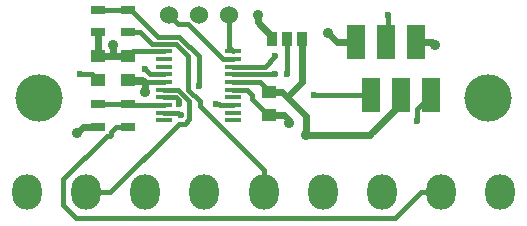
<source format=gbr>
G04 #@! TF.FileFunction,Copper,L1,Top,Signal*
%FSLAX46Y46*%
G04 Gerber Fmt 4.6, Leading zero omitted, Abs format (unit mm)*
G04 Created by KiCad (PCBNEW 4.0.7-e2-6376~58~ubuntu16.04.1) date Wed Aug 15 22:35:47 2018*
%MOMM*%
%LPD*%
G01*
G04 APERTURE LIST*
%ADD10C,0.100000*%
%ADD11R,1.250000X1.000000*%
%ADD12O,2.500000X3.000000*%
%ADD13R,1.300000X0.700000*%
%ADD14R,1.450000X0.450000*%
%ADD15R,1.500000X3.000000*%
%ADD16C,1.524000*%
%ADD17R,0.970000X1.270000*%
%ADD18C,4.000000*%
%ADD19C,0.600000*%
%ADD20C,0.900000*%
%ADD21C,0.400000*%
%ADD22C,0.600000*%
G04 APERTURE END LIST*
D10*
D11*
X140000000Y-94500000D03*
X140000000Y-92500000D03*
X142500000Y-94500000D03*
X142500000Y-92500000D03*
X154500000Y-95500000D03*
X154500000Y-97500000D03*
D12*
X134000000Y-104000000D03*
X139000000Y-104000000D03*
X144000000Y-104000000D03*
X149000000Y-104000000D03*
X154000000Y-104000000D03*
X159000000Y-104000000D03*
X164000000Y-104000000D03*
X169000000Y-104000000D03*
X174000000Y-104000000D03*
D13*
X142500000Y-90450000D03*
X142500000Y-88550000D03*
X140000000Y-90450000D03*
X140000000Y-88550000D03*
X142500000Y-98450000D03*
X142500000Y-96550000D03*
X140000000Y-98450000D03*
X140000000Y-96550000D03*
D14*
X145550000Y-92075000D03*
X145550000Y-92725000D03*
X145550000Y-93375000D03*
X145550000Y-94025000D03*
X145550000Y-94675000D03*
X145550000Y-95325000D03*
X145550000Y-95975000D03*
X145550000Y-96625000D03*
X145550000Y-97275000D03*
X145550000Y-97925000D03*
X151450000Y-97925000D03*
X151450000Y-97275000D03*
X151450000Y-96625000D03*
X151450000Y-95975000D03*
X151450000Y-95325000D03*
X151450000Y-94675000D03*
X151450000Y-94025000D03*
X151450000Y-93375000D03*
X151450000Y-92725000D03*
X151450000Y-92075000D03*
D15*
X161825000Y-91250000D03*
X163095000Y-95750000D03*
X164365000Y-91250000D03*
X165635000Y-95750000D03*
X166905000Y-91250000D03*
X168175000Y-95750000D03*
D16*
X145960000Y-89000000D03*
X148500000Y-89000000D03*
X151040000Y-89000000D03*
D17*
X154730000Y-91000000D03*
X156000000Y-91000000D03*
X157270000Y-91000000D03*
D18*
X173000000Y-96000000D03*
X135000000Y-96000000D03*
D19*
X138500000Y-94000000D03*
X144000000Y-93600000D03*
D20*
X159422475Y-90477412D03*
X138200000Y-99000000D03*
X156147011Y-98132662D03*
X153500000Y-89000000D03*
X141250000Y-91500000D03*
X143934399Y-95530333D03*
X157589162Y-99153715D03*
D19*
X156000000Y-94000000D03*
X147000000Y-97500000D03*
D20*
X168500000Y-91495000D03*
D19*
X167000000Y-98000000D03*
X150000000Y-96500000D03*
X155000000Y-94000000D03*
X158250000Y-95750000D03*
X164500000Y-89000000D03*
X155000000Y-92500000D03*
X146800677Y-96531022D03*
X148500000Y-95000000D03*
D21*
X138500000Y-94000000D02*
X139500000Y-94000000D01*
X139500000Y-94000000D02*
X140000000Y-94500000D01*
X145550000Y-94025000D02*
X144425000Y-94025000D01*
X144425000Y-94025000D02*
X144000000Y-93600000D01*
D22*
X159872474Y-90927411D02*
X159422475Y-90477412D01*
X160195063Y-91250000D02*
X159872474Y-90927411D01*
X161825000Y-91250000D02*
X160195063Y-91250000D01*
X140000000Y-98450000D02*
X138750000Y-98450000D01*
X138750000Y-98450000D02*
X138200000Y-99000000D01*
X156147011Y-97922011D02*
X156147011Y-98132662D01*
X155725000Y-97500000D02*
X156147011Y-97922011D01*
X154500000Y-97500000D02*
X155725000Y-97500000D01*
X153500000Y-89620000D02*
X153500000Y-89000000D01*
X154730000Y-91000000D02*
X154730000Y-90850000D01*
X154730000Y-90850000D02*
X153500000Y-89620000D01*
D21*
X153000000Y-95750000D02*
X153000000Y-96125000D01*
X152575000Y-95325000D02*
X153000000Y-95750000D01*
X151450000Y-95325000D02*
X152575000Y-95325000D01*
X153000000Y-96125000D02*
X154375000Y-97500000D01*
D22*
X154375000Y-97500000D02*
X154500000Y-97500000D01*
X141250000Y-92500000D02*
X140000000Y-92500000D01*
X142500000Y-92500000D02*
X141250000Y-92500000D01*
X141250000Y-92500000D02*
X141250000Y-91500000D01*
D21*
X145550000Y-92075000D02*
X142925000Y-92075000D01*
X142925000Y-92075000D02*
X142500000Y-92500000D01*
D22*
X140000000Y-90450000D02*
X140000000Y-92500000D01*
X165635000Y-96500000D02*
X163135000Y-99000000D01*
X157589162Y-99153715D02*
X162981285Y-99153715D01*
X162981285Y-99153715D02*
X163135000Y-99000000D01*
X165635000Y-95750000D02*
X165635000Y-96500000D01*
X143934399Y-94893937D02*
X143934399Y-95530333D01*
X143934399Y-94709399D02*
X143934399Y-94893937D01*
X143725000Y-94500000D02*
X143934399Y-94709399D01*
X142500000Y-94500000D02*
X143725000Y-94500000D01*
X157589162Y-98517319D02*
X157589162Y-99153715D01*
X157589162Y-97564162D02*
X157589162Y-98517319D01*
X156000000Y-95975000D02*
X157589162Y-97564162D01*
X155525000Y-95500000D02*
X156000000Y-95975000D01*
X157270000Y-91000000D02*
X157270000Y-94705000D01*
X157270000Y-94705000D02*
X156000000Y-95975000D01*
X154500000Y-95500000D02*
X155525000Y-95500000D01*
D21*
X145550000Y-94675000D02*
X144000000Y-94675000D01*
X144000000Y-94675000D02*
X142675000Y-94675000D01*
X151450000Y-94675000D02*
X153675000Y-94675000D01*
X153675000Y-94675000D02*
X154500000Y-95500000D01*
D22*
X142675000Y-94675000D02*
X142500000Y-94500000D01*
D21*
X156000000Y-94000000D02*
X156000000Y-91000000D01*
X146775000Y-97275000D02*
X147000000Y-97500000D01*
X145550000Y-97275000D02*
X146775000Y-97275000D01*
D22*
X166905000Y-91250000D02*
X168255000Y-91250000D01*
X168255000Y-91250000D02*
X168500000Y-91495000D01*
D21*
X145550000Y-95325000D02*
X146768545Y-95325000D01*
X147700002Y-96256457D02*
X147700002Y-97836002D01*
X146768545Y-95325000D02*
X147700002Y-96256457D01*
X147700002Y-97836002D02*
X147336002Y-98200002D01*
X140650000Y-104000000D02*
X139000000Y-104000000D01*
X147336002Y-98200002D02*
X146803890Y-98200002D01*
X146803890Y-98200002D02*
X141003892Y-104000000D01*
X141003892Y-104000000D02*
X140650000Y-104000000D01*
X148600011Y-96307923D02*
X148600011Y-96700011D01*
X147600009Y-92455007D02*
X147600009Y-95307921D01*
X146595001Y-91449999D02*
X147600009Y-92455007D01*
X144549999Y-91449999D02*
X146595001Y-91449999D01*
X147600009Y-95307921D02*
X148600011Y-96307923D01*
X143550000Y-90450000D02*
X144549999Y-91449999D01*
X142500000Y-90450000D02*
X143550000Y-90450000D01*
X148600011Y-96700011D02*
X154000000Y-102100000D01*
X154000000Y-102100000D02*
X154000000Y-104000000D01*
X167000000Y-98000000D02*
X167000000Y-96925000D01*
X167000000Y-96925000D02*
X168175000Y-95750000D01*
X150200000Y-96500000D02*
X150000000Y-96500000D01*
X151450000Y-96625000D02*
X150325000Y-96625000D01*
X150325000Y-96625000D02*
X150200000Y-96500000D01*
X151450000Y-94025000D02*
X154975000Y-94025000D01*
X154975000Y-94025000D02*
X155000000Y-94000000D01*
X163095000Y-95750000D02*
X158250000Y-95750000D01*
X164500000Y-89000000D02*
X164500000Y-91115000D01*
X164500000Y-91115000D02*
X164365000Y-91250000D01*
X154125000Y-93375000D02*
X155000000Y-92500000D01*
X151450000Y-93375000D02*
X154125000Y-93375000D01*
X146721999Y-89761999D02*
X147610542Y-89761999D01*
X150573543Y-92725000D02*
X151450000Y-92725000D01*
X145960000Y-89000000D02*
X146721999Y-89761999D01*
X147610542Y-89761999D02*
X150573543Y-92725000D01*
X151040000Y-89000000D02*
X151040000Y-91665000D01*
X151040000Y-91665000D02*
X151450000Y-92075000D01*
X142500000Y-98450000D02*
X141517159Y-98450000D01*
X141517159Y-98450000D02*
X141050001Y-98917158D01*
X141050001Y-98917158D02*
X141050001Y-99120001D01*
X165145800Y-106204200D02*
X167350000Y-104000000D01*
X141050001Y-99120001D02*
X140970001Y-99200001D01*
X140970001Y-99200001D02*
X140767158Y-99200001D01*
X140767158Y-99200001D02*
X137058478Y-102908681D01*
X137058478Y-102908681D02*
X137058478Y-105100511D01*
X137058478Y-105100511D02*
X138162167Y-106204200D01*
X138162167Y-106204200D02*
X165145800Y-106204200D01*
X167350000Y-104000000D02*
X169000000Y-104000000D01*
X142500000Y-88550000D02*
X140000000Y-88550000D01*
X145550000Y-95975000D02*
X146570002Y-95975000D01*
X146570002Y-95975000D02*
X146800677Y-96205675D01*
X146800677Y-96205675D02*
X146800677Y-96531022D01*
X148500000Y-92506455D02*
X148500000Y-95000000D01*
X142800000Y-88550000D02*
X145099988Y-90849988D01*
X146843533Y-90849988D02*
X148500000Y-92506455D01*
X142500000Y-88550000D02*
X142800000Y-88550000D01*
X145099988Y-90849988D02*
X146843533Y-90849988D01*
X142500000Y-96550000D02*
X140000000Y-96550000D01*
X145550000Y-96625000D02*
X142575000Y-96625000D01*
X142575000Y-96625000D02*
X142500000Y-96550000D01*
M02*

</source>
